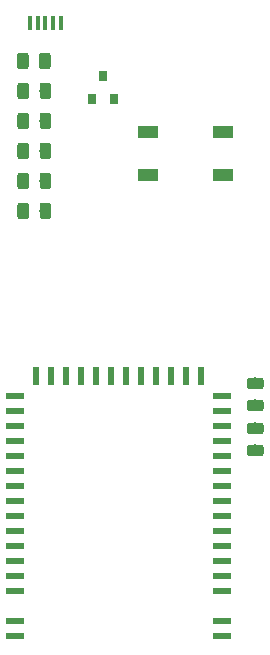
<source format=gbr>
G04 #@! TF.GenerationSoftware,KiCad,Pcbnew,5.0.1*
G04 #@! TF.CreationDate,2019-01-03T14:35:23+01:00*
G04 #@! TF.ProjectId,e73-ab,6537332D61622E6B696361645F706362,rev?*
G04 #@! TF.SameCoordinates,Original*
G04 #@! TF.FileFunction,Paste,Top*
G04 #@! TF.FilePolarity,Positive*
%FSLAX46Y46*%
G04 Gerber Fmt 4.6, Leading zero omitted, Abs format (unit mm)*
G04 Created by KiCad (PCBNEW 5.0.1) date do 03 jan 2019 14:35:23 CET*
%MOMM*%
%LPD*%
G01*
G04 APERTURE LIST*
%ADD10R,1.800000X1.100000*%
%ADD11C,0.100000*%
%ADD12C,0.975000*%
%ADD13R,1.500000X0.500000*%
%ADD14R,0.500000X1.500000*%
%ADD15R,0.450000X1.300000*%
%ADD16R,0.800000X0.900000*%
G04 APERTURE END LIST*
D10*
G04 #@! TO.C,SW1*
X159785000Y-69390000D03*
X159785000Y-65690000D03*
X153485000Y-69390000D03*
X153485000Y-65690000D03*
G04 #@! TD*
D11*
G04 #@! TO.C,D2*
G36*
X145017642Y-58991174D02*
X145041303Y-58994684D01*
X145064507Y-59000496D01*
X145087029Y-59008554D01*
X145108653Y-59018782D01*
X145129170Y-59031079D01*
X145148383Y-59045329D01*
X145166107Y-59061393D01*
X145182171Y-59079117D01*
X145196421Y-59098330D01*
X145208718Y-59118847D01*
X145218946Y-59140471D01*
X145227004Y-59162993D01*
X145232816Y-59186197D01*
X145236326Y-59209858D01*
X145237500Y-59233750D01*
X145237500Y-60146250D01*
X145236326Y-60170142D01*
X145232816Y-60193803D01*
X145227004Y-60217007D01*
X145218946Y-60239529D01*
X145208718Y-60261153D01*
X145196421Y-60281670D01*
X145182171Y-60300883D01*
X145166107Y-60318607D01*
X145148383Y-60334671D01*
X145129170Y-60348921D01*
X145108653Y-60361218D01*
X145087029Y-60371446D01*
X145064507Y-60379504D01*
X145041303Y-60385316D01*
X145017642Y-60388826D01*
X144993750Y-60390000D01*
X144506250Y-60390000D01*
X144482358Y-60388826D01*
X144458697Y-60385316D01*
X144435493Y-60379504D01*
X144412971Y-60371446D01*
X144391347Y-60361218D01*
X144370830Y-60348921D01*
X144351617Y-60334671D01*
X144333893Y-60318607D01*
X144317829Y-60300883D01*
X144303579Y-60281670D01*
X144291282Y-60261153D01*
X144281054Y-60239529D01*
X144272996Y-60217007D01*
X144267184Y-60193803D01*
X144263674Y-60170142D01*
X144262500Y-60146250D01*
X144262500Y-59233750D01*
X144263674Y-59209858D01*
X144267184Y-59186197D01*
X144272996Y-59162993D01*
X144281054Y-59140471D01*
X144291282Y-59118847D01*
X144303579Y-59098330D01*
X144317829Y-59079117D01*
X144333893Y-59061393D01*
X144351617Y-59045329D01*
X144370830Y-59031079D01*
X144391347Y-59018782D01*
X144412971Y-59008554D01*
X144435493Y-59000496D01*
X144458697Y-58994684D01*
X144482358Y-58991174D01*
X144506250Y-58990000D01*
X144993750Y-58990000D01*
X145017642Y-58991174D01*
X145017642Y-58991174D01*
G37*
D12*
X144750000Y-59690000D03*
D11*
G36*
X143142642Y-58991174D02*
X143166303Y-58994684D01*
X143189507Y-59000496D01*
X143212029Y-59008554D01*
X143233653Y-59018782D01*
X143254170Y-59031079D01*
X143273383Y-59045329D01*
X143291107Y-59061393D01*
X143307171Y-59079117D01*
X143321421Y-59098330D01*
X143333718Y-59118847D01*
X143343946Y-59140471D01*
X143352004Y-59162993D01*
X143357816Y-59186197D01*
X143361326Y-59209858D01*
X143362500Y-59233750D01*
X143362500Y-60146250D01*
X143361326Y-60170142D01*
X143357816Y-60193803D01*
X143352004Y-60217007D01*
X143343946Y-60239529D01*
X143333718Y-60261153D01*
X143321421Y-60281670D01*
X143307171Y-60300883D01*
X143291107Y-60318607D01*
X143273383Y-60334671D01*
X143254170Y-60348921D01*
X143233653Y-60361218D01*
X143212029Y-60371446D01*
X143189507Y-60379504D01*
X143166303Y-60385316D01*
X143142642Y-60388826D01*
X143118750Y-60390000D01*
X142631250Y-60390000D01*
X142607358Y-60388826D01*
X142583697Y-60385316D01*
X142560493Y-60379504D01*
X142537971Y-60371446D01*
X142516347Y-60361218D01*
X142495830Y-60348921D01*
X142476617Y-60334671D01*
X142458893Y-60318607D01*
X142442829Y-60300883D01*
X142428579Y-60281670D01*
X142416282Y-60261153D01*
X142406054Y-60239529D01*
X142397996Y-60217007D01*
X142392184Y-60193803D01*
X142388674Y-60170142D01*
X142387500Y-60146250D01*
X142387500Y-59233750D01*
X142388674Y-59209858D01*
X142392184Y-59186197D01*
X142397996Y-59162993D01*
X142406054Y-59140471D01*
X142416282Y-59118847D01*
X142428579Y-59098330D01*
X142442829Y-59079117D01*
X142458893Y-59061393D01*
X142476617Y-59045329D01*
X142495830Y-59031079D01*
X142516347Y-59018782D01*
X142537971Y-59008554D01*
X142560493Y-59000496D01*
X142583697Y-58994684D01*
X142607358Y-58991174D01*
X142631250Y-58990000D01*
X143118750Y-58990000D01*
X143142642Y-58991174D01*
X143142642Y-58991174D01*
G37*
D12*
X142875000Y-59690000D03*
G04 #@! TD*
D13*
G04 #@! TO.C,U1*
X159740000Y-108430000D03*
X142240000Y-108430000D03*
X142240000Y-107160000D03*
X142240000Y-88110000D03*
X142240000Y-89380000D03*
X142240000Y-90650000D03*
X142240000Y-91920000D03*
X142240000Y-93190000D03*
X142240000Y-94460000D03*
X142240000Y-95730000D03*
X142240000Y-97000000D03*
X142240000Y-98270000D03*
X142240000Y-99540000D03*
X142240000Y-100810000D03*
X142240000Y-102080000D03*
X142240000Y-103350000D03*
X142240000Y-104620000D03*
X159740000Y-107160000D03*
X159740000Y-104620000D03*
X159740000Y-103350000D03*
X159740000Y-102080000D03*
X159740000Y-100810000D03*
X159740000Y-99540000D03*
X159740000Y-98270000D03*
X159740000Y-97000000D03*
X159740000Y-95730000D03*
X159740000Y-94460000D03*
X159740000Y-93190000D03*
X159740000Y-91920000D03*
X159740000Y-90650000D03*
X159740000Y-89380000D03*
X159740000Y-88110000D03*
D14*
X157980000Y-86360000D03*
X156710000Y-86360000D03*
X155440000Y-86360000D03*
X154170000Y-86360000D03*
X152900000Y-86360000D03*
X151630000Y-86360000D03*
X147820000Y-86360000D03*
X146550000Y-86360000D03*
X145280000Y-86360000D03*
X144010000Y-86360000D03*
X150360000Y-86360000D03*
X149090000Y-86360000D03*
G04 #@! TD*
D11*
G04 #@! TO.C,D1*
G36*
X145047642Y-61531174D02*
X145071303Y-61534684D01*
X145094507Y-61540496D01*
X145117029Y-61548554D01*
X145138653Y-61558782D01*
X145159170Y-61571079D01*
X145178383Y-61585329D01*
X145196107Y-61601393D01*
X145212171Y-61619117D01*
X145226421Y-61638330D01*
X145238718Y-61658847D01*
X145248946Y-61680471D01*
X145257004Y-61702993D01*
X145262816Y-61726197D01*
X145266326Y-61749858D01*
X145267500Y-61773750D01*
X145267500Y-62686250D01*
X145266326Y-62710142D01*
X145262816Y-62733803D01*
X145257004Y-62757007D01*
X145248946Y-62779529D01*
X145238718Y-62801153D01*
X145226421Y-62821670D01*
X145212171Y-62840883D01*
X145196107Y-62858607D01*
X145178383Y-62874671D01*
X145159170Y-62888921D01*
X145138653Y-62901218D01*
X145117029Y-62911446D01*
X145094507Y-62919504D01*
X145071303Y-62925316D01*
X145047642Y-62928826D01*
X145023750Y-62930000D01*
X144536250Y-62930000D01*
X144512358Y-62928826D01*
X144488697Y-62925316D01*
X144465493Y-62919504D01*
X144442971Y-62911446D01*
X144421347Y-62901218D01*
X144400830Y-62888921D01*
X144381617Y-62874671D01*
X144363893Y-62858607D01*
X144347829Y-62840883D01*
X144333579Y-62821670D01*
X144321282Y-62801153D01*
X144311054Y-62779529D01*
X144302996Y-62757007D01*
X144297184Y-62733803D01*
X144293674Y-62710142D01*
X144292500Y-62686250D01*
X144292500Y-61773750D01*
X144293674Y-61749858D01*
X144297184Y-61726197D01*
X144302996Y-61702993D01*
X144311054Y-61680471D01*
X144321282Y-61658847D01*
X144333579Y-61638330D01*
X144347829Y-61619117D01*
X144363893Y-61601393D01*
X144381617Y-61585329D01*
X144400830Y-61571079D01*
X144421347Y-61558782D01*
X144442971Y-61548554D01*
X144465493Y-61540496D01*
X144488697Y-61534684D01*
X144512358Y-61531174D01*
X144536250Y-61530000D01*
X145023750Y-61530000D01*
X145047642Y-61531174D01*
X145047642Y-61531174D01*
G37*
D12*
X144780000Y-62230000D03*
D11*
G36*
X143172642Y-61531174D02*
X143196303Y-61534684D01*
X143219507Y-61540496D01*
X143242029Y-61548554D01*
X143263653Y-61558782D01*
X143284170Y-61571079D01*
X143303383Y-61585329D01*
X143321107Y-61601393D01*
X143337171Y-61619117D01*
X143351421Y-61638330D01*
X143363718Y-61658847D01*
X143373946Y-61680471D01*
X143382004Y-61702993D01*
X143387816Y-61726197D01*
X143391326Y-61749858D01*
X143392500Y-61773750D01*
X143392500Y-62686250D01*
X143391326Y-62710142D01*
X143387816Y-62733803D01*
X143382004Y-62757007D01*
X143373946Y-62779529D01*
X143363718Y-62801153D01*
X143351421Y-62821670D01*
X143337171Y-62840883D01*
X143321107Y-62858607D01*
X143303383Y-62874671D01*
X143284170Y-62888921D01*
X143263653Y-62901218D01*
X143242029Y-62911446D01*
X143219507Y-62919504D01*
X143196303Y-62925316D01*
X143172642Y-62928826D01*
X143148750Y-62930000D01*
X142661250Y-62930000D01*
X142637358Y-62928826D01*
X142613697Y-62925316D01*
X142590493Y-62919504D01*
X142567971Y-62911446D01*
X142546347Y-62901218D01*
X142525830Y-62888921D01*
X142506617Y-62874671D01*
X142488893Y-62858607D01*
X142472829Y-62840883D01*
X142458579Y-62821670D01*
X142446282Y-62801153D01*
X142436054Y-62779529D01*
X142427996Y-62757007D01*
X142422184Y-62733803D01*
X142418674Y-62710142D01*
X142417500Y-62686250D01*
X142417500Y-61773750D01*
X142418674Y-61749858D01*
X142422184Y-61726197D01*
X142427996Y-61702993D01*
X142436054Y-61680471D01*
X142446282Y-61658847D01*
X142458579Y-61638330D01*
X142472829Y-61619117D01*
X142488893Y-61601393D01*
X142506617Y-61585329D01*
X142525830Y-61571079D01*
X142546347Y-61558782D01*
X142567971Y-61548554D01*
X142590493Y-61540496D01*
X142613697Y-61534684D01*
X142637358Y-61531174D01*
X142661250Y-61530000D01*
X143148750Y-61530000D01*
X143172642Y-61531174D01*
X143172642Y-61531174D01*
G37*
D12*
X142905000Y-62230000D03*
G04 #@! TD*
D11*
G04 #@! TO.C,C2*
G36*
X145047642Y-66611174D02*
X145071303Y-66614684D01*
X145094507Y-66620496D01*
X145117029Y-66628554D01*
X145138653Y-66638782D01*
X145159170Y-66651079D01*
X145178383Y-66665329D01*
X145196107Y-66681393D01*
X145212171Y-66699117D01*
X145226421Y-66718330D01*
X145238718Y-66738847D01*
X145248946Y-66760471D01*
X145257004Y-66782993D01*
X145262816Y-66806197D01*
X145266326Y-66829858D01*
X145267500Y-66853750D01*
X145267500Y-67766250D01*
X145266326Y-67790142D01*
X145262816Y-67813803D01*
X145257004Y-67837007D01*
X145248946Y-67859529D01*
X145238718Y-67881153D01*
X145226421Y-67901670D01*
X145212171Y-67920883D01*
X145196107Y-67938607D01*
X145178383Y-67954671D01*
X145159170Y-67968921D01*
X145138653Y-67981218D01*
X145117029Y-67991446D01*
X145094507Y-67999504D01*
X145071303Y-68005316D01*
X145047642Y-68008826D01*
X145023750Y-68010000D01*
X144536250Y-68010000D01*
X144512358Y-68008826D01*
X144488697Y-68005316D01*
X144465493Y-67999504D01*
X144442971Y-67991446D01*
X144421347Y-67981218D01*
X144400830Y-67968921D01*
X144381617Y-67954671D01*
X144363893Y-67938607D01*
X144347829Y-67920883D01*
X144333579Y-67901670D01*
X144321282Y-67881153D01*
X144311054Y-67859529D01*
X144302996Y-67837007D01*
X144297184Y-67813803D01*
X144293674Y-67790142D01*
X144292500Y-67766250D01*
X144292500Y-66853750D01*
X144293674Y-66829858D01*
X144297184Y-66806197D01*
X144302996Y-66782993D01*
X144311054Y-66760471D01*
X144321282Y-66738847D01*
X144333579Y-66718330D01*
X144347829Y-66699117D01*
X144363893Y-66681393D01*
X144381617Y-66665329D01*
X144400830Y-66651079D01*
X144421347Y-66638782D01*
X144442971Y-66628554D01*
X144465493Y-66620496D01*
X144488697Y-66614684D01*
X144512358Y-66611174D01*
X144536250Y-66610000D01*
X145023750Y-66610000D01*
X145047642Y-66611174D01*
X145047642Y-66611174D01*
G37*
D12*
X144780000Y-67310000D03*
D11*
G36*
X143172642Y-66611174D02*
X143196303Y-66614684D01*
X143219507Y-66620496D01*
X143242029Y-66628554D01*
X143263653Y-66638782D01*
X143284170Y-66651079D01*
X143303383Y-66665329D01*
X143321107Y-66681393D01*
X143337171Y-66699117D01*
X143351421Y-66718330D01*
X143363718Y-66738847D01*
X143373946Y-66760471D01*
X143382004Y-66782993D01*
X143387816Y-66806197D01*
X143391326Y-66829858D01*
X143392500Y-66853750D01*
X143392500Y-67766250D01*
X143391326Y-67790142D01*
X143387816Y-67813803D01*
X143382004Y-67837007D01*
X143373946Y-67859529D01*
X143363718Y-67881153D01*
X143351421Y-67901670D01*
X143337171Y-67920883D01*
X143321107Y-67938607D01*
X143303383Y-67954671D01*
X143284170Y-67968921D01*
X143263653Y-67981218D01*
X143242029Y-67991446D01*
X143219507Y-67999504D01*
X143196303Y-68005316D01*
X143172642Y-68008826D01*
X143148750Y-68010000D01*
X142661250Y-68010000D01*
X142637358Y-68008826D01*
X142613697Y-68005316D01*
X142590493Y-67999504D01*
X142567971Y-67991446D01*
X142546347Y-67981218D01*
X142525830Y-67968921D01*
X142506617Y-67954671D01*
X142488893Y-67938607D01*
X142472829Y-67920883D01*
X142458579Y-67901670D01*
X142446282Y-67881153D01*
X142436054Y-67859529D01*
X142427996Y-67837007D01*
X142422184Y-67813803D01*
X142418674Y-67790142D01*
X142417500Y-67766250D01*
X142417500Y-66853750D01*
X142418674Y-66829858D01*
X142422184Y-66806197D01*
X142427996Y-66782993D01*
X142436054Y-66760471D01*
X142446282Y-66738847D01*
X142458579Y-66718330D01*
X142472829Y-66699117D01*
X142488893Y-66681393D01*
X142506617Y-66665329D01*
X142525830Y-66651079D01*
X142546347Y-66638782D01*
X142567971Y-66628554D01*
X142590493Y-66620496D01*
X142613697Y-66614684D01*
X142637358Y-66611174D01*
X142661250Y-66610000D01*
X143148750Y-66610000D01*
X143172642Y-66611174D01*
X143172642Y-66611174D01*
G37*
D12*
X142905000Y-67310000D03*
G04 #@! TD*
D11*
G04 #@! TO.C,C3*
G36*
X143172642Y-69151174D02*
X143196303Y-69154684D01*
X143219507Y-69160496D01*
X143242029Y-69168554D01*
X143263653Y-69178782D01*
X143284170Y-69191079D01*
X143303383Y-69205329D01*
X143321107Y-69221393D01*
X143337171Y-69239117D01*
X143351421Y-69258330D01*
X143363718Y-69278847D01*
X143373946Y-69300471D01*
X143382004Y-69322993D01*
X143387816Y-69346197D01*
X143391326Y-69369858D01*
X143392500Y-69393750D01*
X143392500Y-70306250D01*
X143391326Y-70330142D01*
X143387816Y-70353803D01*
X143382004Y-70377007D01*
X143373946Y-70399529D01*
X143363718Y-70421153D01*
X143351421Y-70441670D01*
X143337171Y-70460883D01*
X143321107Y-70478607D01*
X143303383Y-70494671D01*
X143284170Y-70508921D01*
X143263653Y-70521218D01*
X143242029Y-70531446D01*
X143219507Y-70539504D01*
X143196303Y-70545316D01*
X143172642Y-70548826D01*
X143148750Y-70550000D01*
X142661250Y-70550000D01*
X142637358Y-70548826D01*
X142613697Y-70545316D01*
X142590493Y-70539504D01*
X142567971Y-70531446D01*
X142546347Y-70521218D01*
X142525830Y-70508921D01*
X142506617Y-70494671D01*
X142488893Y-70478607D01*
X142472829Y-70460883D01*
X142458579Y-70441670D01*
X142446282Y-70421153D01*
X142436054Y-70399529D01*
X142427996Y-70377007D01*
X142422184Y-70353803D01*
X142418674Y-70330142D01*
X142417500Y-70306250D01*
X142417500Y-69393750D01*
X142418674Y-69369858D01*
X142422184Y-69346197D01*
X142427996Y-69322993D01*
X142436054Y-69300471D01*
X142446282Y-69278847D01*
X142458579Y-69258330D01*
X142472829Y-69239117D01*
X142488893Y-69221393D01*
X142506617Y-69205329D01*
X142525830Y-69191079D01*
X142546347Y-69178782D01*
X142567971Y-69168554D01*
X142590493Y-69160496D01*
X142613697Y-69154684D01*
X142637358Y-69151174D01*
X142661250Y-69150000D01*
X143148750Y-69150000D01*
X143172642Y-69151174D01*
X143172642Y-69151174D01*
G37*
D12*
X142905000Y-69850000D03*
D11*
G36*
X145047642Y-69151174D02*
X145071303Y-69154684D01*
X145094507Y-69160496D01*
X145117029Y-69168554D01*
X145138653Y-69178782D01*
X145159170Y-69191079D01*
X145178383Y-69205329D01*
X145196107Y-69221393D01*
X145212171Y-69239117D01*
X145226421Y-69258330D01*
X145238718Y-69278847D01*
X145248946Y-69300471D01*
X145257004Y-69322993D01*
X145262816Y-69346197D01*
X145266326Y-69369858D01*
X145267500Y-69393750D01*
X145267500Y-70306250D01*
X145266326Y-70330142D01*
X145262816Y-70353803D01*
X145257004Y-70377007D01*
X145248946Y-70399529D01*
X145238718Y-70421153D01*
X145226421Y-70441670D01*
X145212171Y-70460883D01*
X145196107Y-70478607D01*
X145178383Y-70494671D01*
X145159170Y-70508921D01*
X145138653Y-70521218D01*
X145117029Y-70531446D01*
X145094507Y-70539504D01*
X145071303Y-70545316D01*
X145047642Y-70548826D01*
X145023750Y-70550000D01*
X144536250Y-70550000D01*
X144512358Y-70548826D01*
X144488697Y-70545316D01*
X144465493Y-70539504D01*
X144442971Y-70531446D01*
X144421347Y-70521218D01*
X144400830Y-70508921D01*
X144381617Y-70494671D01*
X144363893Y-70478607D01*
X144347829Y-70460883D01*
X144333579Y-70441670D01*
X144321282Y-70421153D01*
X144311054Y-70399529D01*
X144302996Y-70377007D01*
X144297184Y-70353803D01*
X144293674Y-70330142D01*
X144292500Y-70306250D01*
X144292500Y-69393750D01*
X144293674Y-69369858D01*
X144297184Y-69346197D01*
X144302996Y-69322993D01*
X144311054Y-69300471D01*
X144321282Y-69278847D01*
X144333579Y-69258330D01*
X144347829Y-69239117D01*
X144363893Y-69221393D01*
X144381617Y-69205329D01*
X144400830Y-69191079D01*
X144421347Y-69178782D01*
X144442971Y-69168554D01*
X144465493Y-69160496D01*
X144488697Y-69154684D01*
X144512358Y-69151174D01*
X144536250Y-69150000D01*
X145023750Y-69150000D01*
X145047642Y-69151174D01*
X145047642Y-69151174D01*
G37*
D12*
X144780000Y-69850000D03*
G04 #@! TD*
D11*
G04 #@! TO.C,C1*
G36*
X145047642Y-64071174D02*
X145071303Y-64074684D01*
X145094507Y-64080496D01*
X145117029Y-64088554D01*
X145138653Y-64098782D01*
X145159170Y-64111079D01*
X145178383Y-64125329D01*
X145196107Y-64141393D01*
X145212171Y-64159117D01*
X145226421Y-64178330D01*
X145238718Y-64198847D01*
X145248946Y-64220471D01*
X145257004Y-64242993D01*
X145262816Y-64266197D01*
X145266326Y-64289858D01*
X145267500Y-64313750D01*
X145267500Y-65226250D01*
X145266326Y-65250142D01*
X145262816Y-65273803D01*
X145257004Y-65297007D01*
X145248946Y-65319529D01*
X145238718Y-65341153D01*
X145226421Y-65361670D01*
X145212171Y-65380883D01*
X145196107Y-65398607D01*
X145178383Y-65414671D01*
X145159170Y-65428921D01*
X145138653Y-65441218D01*
X145117029Y-65451446D01*
X145094507Y-65459504D01*
X145071303Y-65465316D01*
X145047642Y-65468826D01*
X145023750Y-65470000D01*
X144536250Y-65470000D01*
X144512358Y-65468826D01*
X144488697Y-65465316D01*
X144465493Y-65459504D01*
X144442971Y-65451446D01*
X144421347Y-65441218D01*
X144400830Y-65428921D01*
X144381617Y-65414671D01*
X144363893Y-65398607D01*
X144347829Y-65380883D01*
X144333579Y-65361670D01*
X144321282Y-65341153D01*
X144311054Y-65319529D01*
X144302996Y-65297007D01*
X144297184Y-65273803D01*
X144293674Y-65250142D01*
X144292500Y-65226250D01*
X144292500Y-64313750D01*
X144293674Y-64289858D01*
X144297184Y-64266197D01*
X144302996Y-64242993D01*
X144311054Y-64220471D01*
X144321282Y-64198847D01*
X144333579Y-64178330D01*
X144347829Y-64159117D01*
X144363893Y-64141393D01*
X144381617Y-64125329D01*
X144400830Y-64111079D01*
X144421347Y-64098782D01*
X144442971Y-64088554D01*
X144465493Y-64080496D01*
X144488697Y-64074684D01*
X144512358Y-64071174D01*
X144536250Y-64070000D01*
X145023750Y-64070000D01*
X145047642Y-64071174D01*
X145047642Y-64071174D01*
G37*
D12*
X144780000Y-64770000D03*
D11*
G36*
X143172642Y-64071174D02*
X143196303Y-64074684D01*
X143219507Y-64080496D01*
X143242029Y-64088554D01*
X143263653Y-64098782D01*
X143284170Y-64111079D01*
X143303383Y-64125329D01*
X143321107Y-64141393D01*
X143337171Y-64159117D01*
X143351421Y-64178330D01*
X143363718Y-64198847D01*
X143373946Y-64220471D01*
X143382004Y-64242993D01*
X143387816Y-64266197D01*
X143391326Y-64289858D01*
X143392500Y-64313750D01*
X143392500Y-65226250D01*
X143391326Y-65250142D01*
X143387816Y-65273803D01*
X143382004Y-65297007D01*
X143373946Y-65319529D01*
X143363718Y-65341153D01*
X143351421Y-65361670D01*
X143337171Y-65380883D01*
X143321107Y-65398607D01*
X143303383Y-65414671D01*
X143284170Y-65428921D01*
X143263653Y-65441218D01*
X143242029Y-65451446D01*
X143219507Y-65459504D01*
X143196303Y-65465316D01*
X143172642Y-65468826D01*
X143148750Y-65470000D01*
X142661250Y-65470000D01*
X142637358Y-65468826D01*
X142613697Y-65465316D01*
X142590493Y-65459504D01*
X142567971Y-65451446D01*
X142546347Y-65441218D01*
X142525830Y-65428921D01*
X142506617Y-65414671D01*
X142488893Y-65398607D01*
X142472829Y-65380883D01*
X142458579Y-65361670D01*
X142446282Y-65341153D01*
X142436054Y-65319529D01*
X142427996Y-65297007D01*
X142422184Y-65273803D01*
X142418674Y-65250142D01*
X142417500Y-65226250D01*
X142417500Y-64313750D01*
X142418674Y-64289858D01*
X142422184Y-64266197D01*
X142427996Y-64242993D01*
X142436054Y-64220471D01*
X142446282Y-64198847D01*
X142458579Y-64178330D01*
X142472829Y-64159117D01*
X142488893Y-64141393D01*
X142506617Y-64125329D01*
X142525830Y-64111079D01*
X142546347Y-64098782D01*
X142567971Y-64088554D01*
X142590493Y-64080496D01*
X142613697Y-64074684D01*
X142637358Y-64071174D01*
X142661250Y-64070000D01*
X143148750Y-64070000D01*
X143172642Y-64071174D01*
X143172642Y-64071174D01*
G37*
D12*
X142905000Y-64770000D03*
G04 #@! TD*
D11*
G04 #@! TO.C,L1*
G36*
X163040142Y-92193674D02*
X163063803Y-92197184D01*
X163087007Y-92202996D01*
X163109529Y-92211054D01*
X163131153Y-92221282D01*
X163151670Y-92233579D01*
X163170883Y-92247829D01*
X163188607Y-92263893D01*
X163204671Y-92281617D01*
X163218921Y-92300830D01*
X163231218Y-92321347D01*
X163241446Y-92342971D01*
X163249504Y-92365493D01*
X163255316Y-92388697D01*
X163258826Y-92412358D01*
X163260000Y-92436250D01*
X163260000Y-92923750D01*
X163258826Y-92947642D01*
X163255316Y-92971303D01*
X163249504Y-92994507D01*
X163241446Y-93017029D01*
X163231218Y-93038653D01*
X163218921Y-93059170D01*
X163204671Y-93078383D01*
X163188607Y-93096107D01*
X163170883Y-93112171D01*
X163151670Y-93126421D01*
X163131153Y-93138718D01*
X163109529Y-93148946D01*
X163087007Y-93157004D01*
X163063803Y-93162816D01*
X163040142Y-93166326D01*
X163016250Y-93167500D01*
X162103750Y-93167500D01*
X162079858Y-93166326D01*
X162056197Y-93162816D01*
X162032993Y-93157004D01*
X162010471Y-93148946D01*
X161988847Y-93138718D01*
X161968330Y-93126421D01*
X161949117Y-93112171D01*
X161931393Y-93096107D01*
X161915329Y-93078383D01*
X161901079Y-93059170D01*
X161888782Y-93038653D01*
X161878554Y-93017029D01*
X161870496Y-92994507D01*
X161864684Y-92971303D01*
X161861174Y-92947642D01*
X161860000Y-92923750D01*
X161860000Y-92436250D01*
X161861174Y-92412358D01*
X161864684Y-92388697D01*
X161870496Y-92365493D01*
X161878554Y-92342971D01*
X161888782Y-92321347D01*
X161901079Y-92300830D01*
X161915329Y-92281617D01*
X161931393Y-92263893D01*
X161949117Y-92247829D01*
X161968330Y-92233579D01*
X161988847Y-92221282D01*
X162010471Y-92211054D01*
X162032993Y-92202996D01*
X162056197Y-92197184D01*
X162079858Y-92193674D01*
X162103750Y-92192500D01*
X163016250Y-92192500D01*
X163040142Y-92193674D01*
X163040142Y-92193674D01*
G37*
D12*
X162560000Y-92680000D03*
D11*
G36*
X163040142Y-90318674D02*
X163063803Y-90322184D01*
X163087007Y-90327996D01*
X163109529Y-90336054D01*
X163131153Y-90346282D01*
X163151670Y-90358579D01*
X163170883Y-90372829D01*
X163188607Y-90388893D01*
X163204671Y-90406617D01*
X163218921Y-90425830D01*
X163231218Y-90446347D01*
X163241446Y-90467971D01*
X163249504Y-90490493D01*
X163255316Y-90513697D01*
X163258826Y-90537358D01*
X163260000Y-90561250D01*
X163260000Y-91048750D01*
X163258826Y-91072642D01*
X163255316Y-91096303D01*
X163249504Y-91119507D01*
X163241446Y-91142029D01*
X163231218Y-91163653D01*
X163218921Y-91184170D01*
X163204671Y-91203383D01*
X163188607Y-91221107D01*
X163170883Y-91237171D01*
X163151670Y-91251421D01*
X163131153Y-91263718D01*
X163109529Y-91273946D01*
X163087007Y-91282004D01*
X163063803Y-91287816D01*
X163040142Y-91291326D01*
X163016250Y-91292500D01*
X162103750Y-91292500D01*
X162079858Y-91291326D01*
X162056197Y-91287816D01*
X162032993Y-91282004D01*
X162010471Y-91273946D01*
X161988847Y-91263718D01*
X161968330Y-91251421D01*
X161949117Y-91237171D01*
X161931393Y-91221107D01*
X161915329Y-91203383D01*
X161901079Y-91184170D01*
X161888782Y-91163653D01*
X161878554Y-91142029D01*
X161870496Y-91119507D01*
X161864684Y-91096303D01*
X161861174Y-91072642D01*
X161860000Y-91048750D01*
X161860000Y-90561250D01*
X161861174Y-90537358D01*
X161864684Y-90513697D01*
X161870496Y-90490493D01*
X161878554Y-90467971D01*
X161888782Y-90446347D01*
X161901079Y-90425830D01*
X161915329Y-90406617D01*
X161931393Y-90388893D01*
X161949117Y-90372829D01*
X161968330Y-90358579D01*
X161988847Y-90346282D01*
X162010471Y-90336054D01*
X162032993Y-90327996D01*
X162056197Y-90322184D01*
X162079858Y-90318674D01*
X162103750Y-90317500D01*
X163016250Y-90317500D01*
X163040142Y-90318674D01*
X163040142Y-90318674D01*
G37*
D12*
X162560000Y-90805000D03*
G04 #@! TD*
D11*
G04 #@! TO.C,L2*
G36*
X163040142Y-86508674D02*
X163063803Y-86512184D01*
X163087007Y-86517996D01*
X163109529Y-86526054D01*
X163131153Y-86536282D01*
X163151670Y-86548579D01*
X163170883Y-86562829D01*
X163188607Y-86578893D01*
X163204671Y-86596617D01*
X163218921Y-86615830D01*
X163231218Y-86636347D01*
X163241446Y-86657971D01*
X163249504Y-86680493D01*
X163255316Y-86703697D01*
X163258826Y-86727358D01*
X163260000Y-86751250D01*
X163260000Y-87238750D01*
X163258826Y-87262642D01*
X163255316Y-87286303D01*
X163249504Y-87309507D01*
X163241446Y-87332029D01*
X163231218Y-87353653D01*
X163218921Y-87374170D01*
X163204671Y-87393383D01*
X163188607Y-87411107D01*
X163170883Y-87427171D01*
X163151670Y-87441421D01*
X163131153Y-87453718D01*
X163109529Y-87463946D01*
X163087007Y-87472004D01*
X163063803Y-87477816D01*
X163040142Y-87481326D01*
X163016250Y-87482500D01*
X162103750Y-87482500D01*
X162079858Y-87481326D01*
X162056197Y-87477816D01*
X162032993Y-87472004D01*
X162010471Y-87463946D01*
X161988847Y-87453718D01*
X161968330Y-87441421D01*
X161949117Y-87427171D01*
X161931393Y-87411107D01*
X161915329Y-87393383D01*
X161901079Y-87374170D01*
X161888782Y-87353653D01*
X161878554Y-87332029D01*
X161870496Y-87309507D01*
X161864684Y-87286303D01*
X161861174Y-87262642D01*
X161860000Y-87238750D01*
X161860000Y-86751250D01*
X161861174Y-86727358D01*
X161864684Y-86703697D01*
X161870496Y-86680493D01*
X161878554Y-86657971D01*
X161888782Y-86636347D01*
X161901079Y-86615830D01*
X161915329Y-86596617D01*
X161931393Y-86578893D01*
X161949117Y-86562829D01*
X161968330Y-86548579D01*
X161988847Y-86536282D01*
X162010471Y-86526054D01*
X162032993Y-86517996D01*
X162056197Y-86512184D01*
X162079858Y-86508674D01*
X162103750Y-86507500D01*
X163016250Y-86507500D01*
X163040142Y-86508674D01*
X163040142Y-86508674D01*
G37*
D12*
X162560000Y-86995000D03*
D11*
G36*
X163040142Y-88383674D02*
X163063803Y-88387184D01*
X163087007Y-88392996D01*
X163109529Y-88401054D01*
X163131153Y-88411282D01*
X163151670Y-88423579D01*
X163170883Y-88437829D01*
X163188607Y-88453893D01*
X163204671Y-88471617D01*
X163218921Y-88490830D01*
X163231218Y-88511347D01*
X163241446Y-88532971D01*
X163249504Y-88555493D01*
X163255316Y-88578697D01*
X163258826Y-88602358D01*
X163260000Y-88626250D01*
X163260000Y-89113750D01*
X163258826Y-89137642D01*
X163255316Y-89161303D01*
X163249504Y-89184507D01*
X163241446Y-89207029D01*
X163231218Y-89228653D01*
X163218921Y-89249170D01*
X163204671Y-89268383D01*
X163188607Y-89286107D01*
X163170883Y-89302171D01*
X163151670Y-89316421D01*
X163131153Y-89328718D01*
X163109529Y-89338946D01*
X163087007Y-89347004D01*
X163063803Y-89352816D01*
X163040142Y-89356326D01*
X163016250Y-89357500D01*
X162103750Y-89357500D01*
X162079858Y-89356326D01*
X162056197Y-89352816D01*
X162032993Y-89347004D01*
X162010471Y-89338946D01*
X161988847Y-89328718D01*
X161968330Y-89316421D01*
X161949117Y-89302171D01*
X161931393Y-89286107D01*
X161915329Y-89268383D01*
X161901079Y-89249170D01*
X161888782Y-89228653D01*
X161878554Y-89207029D01*
X161870496Y-89184507D01*
X161864684Y-89161303D01*
X161861174Y-89137642D01*
X161860000Y-89113750D01*
X161860000Y-88626250D01*
X161861174Y-88602358D01*
X161864684Y-88578697D01*
X161870496Y-88555493D01*
X161878554Y-88532971D01*
X161888782Y-88511347D01*
X161901079Y-88490830D01*
X161915329Y-88471617D01*
X161931393Y-88453893D01*
X161949117Y-88437829D01*
X161968330Y-88423579D01*
X161988847Y-88411282D01*
X162010471Y-88401054D01*
X162032993Y-88392996D01*
X162056197Y-88387184D01*
X162079858Y-88383674D01*
X162103750Y-88382500D01*
X163016250Y-88382500D01*
X163040142Y-88383674D01*
X163040142Y-88383674D01*
G37*
D12*
X162560000Y-88870000D03*
G04 #@! TD*
D11*
G04 #@! TO.C,R1*
G36*
X143172642Y-71691174D02*
X143196303Y-71694684D01*
X143219507Y-71700496D01*
X143242029Y-71708554D01*
X143263653Y-71718782D01*
X143284170Y-71731079D01*
X143303383Y-71745329D01*
X143321107Y-71761393D01*
X143337171Y-71779117D01*
X143351421Y-71798330D01*
X143363718Y-71818847D01*
X143373946Y-71840471D01*
X143382004Y-71862993D01*
X143387816Y-71886197D01*
X143391326Y-71909858D01*
X143392500Y-71933750D01*
X143392500Y-72846250D01*
X143391326Y-72870142D01*
X143387816Y-72893803D01*
X143382004Y-72917007D01*
X143373946Y-72939529D01*
X143363718Y-72961153D01*
X143351421Y-72981670D01*
X143337171Y-73000883D01*
X143321107Y-73018607D01*
X143303383Y-73034671D01*
X143284170Y-73048921D01*
X143263653Y-73061218D01*
X143242029Y-73071446D01*
X143219507Y-73079504D01*
X143196303Y-73085316D01*
X143172642Y-73088826D01*
X143148750Y-73090000D01*
X142661250Y-73090000D01*
X142637358Y-73088826D01*
X142613697Y-73085316D01*
X142590493Y-73079504D01*
X142567971Y-73071446D01*
X142546347Y-73061218D01*
X142525830Y-73048921D01*
X142506617Y-73034671D01*
X142488893Y-73018607D01*
X142472829Y-73000883D01*
X142458579Y-72981670D01*
X142446282Y-72961153D01*
X142436054Y-72939529D01*
X142427996Y-72917007D01*
X142422184Y-72893803D01*
X142418674Y-72870142D01*
X142417500Y-72846250D01*
X142417500Y-71933750D01*
X142418674Y-71909858D01*
X142422184Y-71886197D01*
X142427996Y-71862993D01*
X142436054Y-71840471D01*
X142446282Y-71818847D01*
X142458579Y-71798330D01*
X142472829Y-71779117D01*
X142488893Y-71761393D01*
X142506617Y-71745329D01*
X142525830Y-71731079D01*
X142546347Y-71718782D01*
X142567971Y-71708554D01*
X142590493Y-71700496D01*
X142613697Y-71694684D01*
X142637358Y-71691174D01*
X142661250Y-71690000D01*
X143148750Y-71690000D01*
X143172642Y-71691174D01*
X143172642Y-71691174D01*
G37*
D12*
X142905000Y-72390000D03*
D11*
G36*
X145047642Y-71691174D02*
X145071303Y-71694684D01*
X145094507Y-71700496D01*
X145117029Y-71708554D01*
X145138653Y-71718782D01*
X145159170Y-71731079D01*
X145178383Y-71745329D01*
X145196107Y-71761393D01*
X145212171Y-71779117D01*
X145226421Y-71798330D01*
X145238718Y-71818847D01*
X145248946Y-71840471D01*
X145257004Y-71862993D01*
X145262816Y-71886197D01*
X145266326Y-71909858D01*
X145267500Y-71933750D01*
X145267500Y-72846250D01*
X145266326Y-72870142D01*
X145262816Y-72893803D01*
X145257004Y-72917007D01*
X145248946Y-72939529D01*
X145238718Y-72961153D01*
X145226421Y-72981670D01*
X145212171Y-73000883D01*
X145196107Y-73018607D01*
X145178383Y-73034671D01*
X145159170Y-73048921D01*
X145138653Y-73061218D01*
X145117029Y-73071446D01*
X145094507Y-73079504D01*
X145071303Y-73085316D01*
X145047642Y-73088826D01*
X145023750Y-73090000D01*
X144536250Y-73090000D01*
X144512358Y-73088826D01*
X144488697Y-73085316D01*
X144465493Y-73079504D01*
X144442971Y-73071446D01*
X144421347Y-73061218D01*
X144400830Y-73048921D01*
X144381617Y-73034671D01*
X144363893Y-73018607D01*
X144347829Y-73000883D01*
X144333579Y-72981670D01*
X144321282Y-72961153D01*
X144311054Y-72939529D01*
X144302996Y-72917007D01*
X144297184Y-72893803D01*
X144293674Y-72870142D01*
X144292500Y-72846250D01*
X144292500Y-71933750D01*
X144293674Y-71909858D01*
X144297184Y-71886197D01*
X144302996Y-71862993D01*
X144311054Y-71840471D01*
X144321282Y-71818847D01*
X144333579Y-71798330D01*
X144347829Y-71779117D01*
X144363893Y-71761393D01*
X144381617Y-71745329D01*
X144400830Y-71731079D01*
X144421347Y-71718782D01*
X144442971Y-71708554D01*
X144465493Y-71700496D01*
X144488697Y-71694684D01*
X144512358Y-71691174D01*
X144536250Y-71690000D01*
X145023750Y-71690000D01*
X145047642Y-71691174D01*
X145047642Y-71691174D01*
G37*
D12*
X144780000Y-72390000D03*
G04 #@! TD*
D15*
G04 #@! TO.C,J4*
X146080000Y-56510000D03*
X145430000Y-56510000D03*
X144780000Y-56510000D03*
X144130000Y-56510000D03*
X143480000Y-56510000D03*
G04 #@! TD*
D16*
G04 #@! TO.C,U2*
X148722000Y-62960000D03*
X150622000Y-62960000D03*
X149672000Y-60960000D03*
G04 #@! TD*
M02*

</source>
